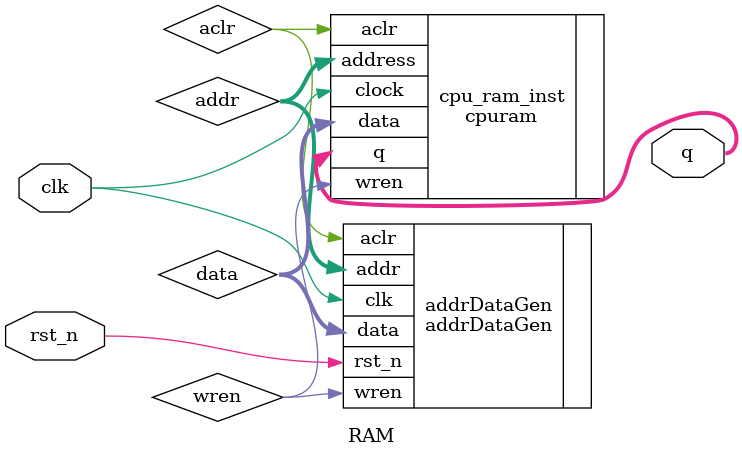
<source format=v>
module RAM(clk,rst_n,q);
 input clk;
 input rst_n;
 output [7:0]q;
 wire aclr;
 wire wren;
 wire [7:0]data;
 wire [7:0]addr;
 
 addrDataGen addrDataGen(
			.clk(clk),
			.rst_n(rst_n),
			.aclr(aclr),
			.wren(wren),
			.addr(addr),
			.data(data)
			);
 cpuram cpu_ram_inst(
			.aclr(aclr),
			.wren(wren),
			.address(addr),
			.data(data),
			.clock(clk),
			.q(q)
			);
endmodule
</source>
